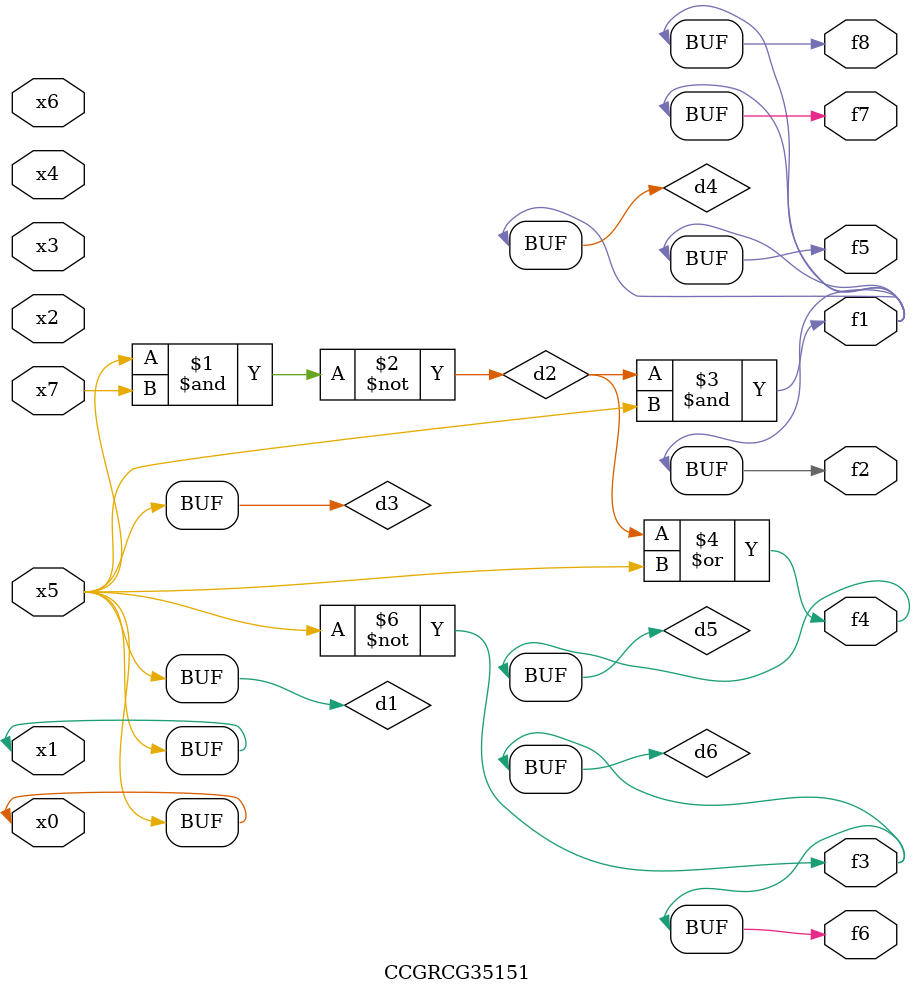
<source format=v>
module CCGRCG35151(
	input x0, x1, x2, x3, x4, x5, x6, x7,
	output f1, f2, f3, f4, f5, f6, f7, f8
);

	wire d1, d2, d3, d4, d5, d6;

	buf (d1, x0, x5);
	nand (d2, x5, x7);
	buf (d3, x0, x1);
	and (d4, d2, d3);
	or (d5, d2, d3);
	nor (d6, d1, d3);
	assign f1 = d4;
	assign f2 = d4;
	assign f3 = d6;
	assign f4 = d5;
	assign f5 = d4;
	assign f6 = d6;
	assign f7 = d4;
	assign f8 = d4;
endmodule

</source>
